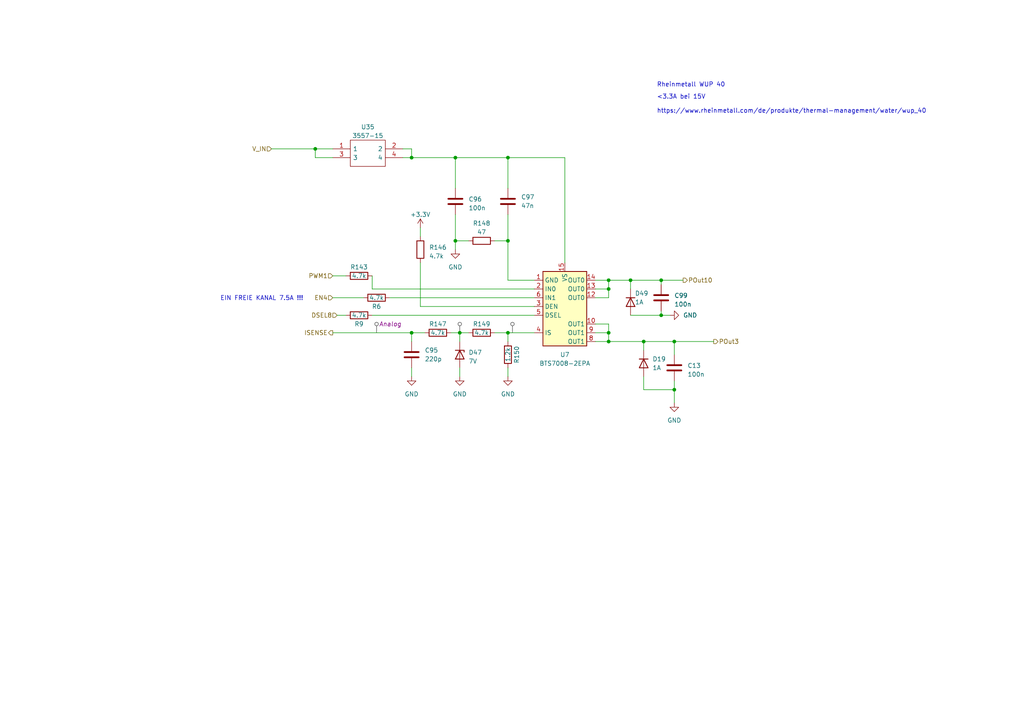
<source format=kicad_sch>
(kicad_sch
	(version 20231120)
	(generator "eeschema")
	(generator_version "8.0")
	(uuid "7bb159e6-2623-487f-9f25-6a8d090681da")
	(paper "A4")
	(title_block
		(title "PDU FT24")
		(company "Nived Jayaprakash Nambiar ")
		(comment 1 "FasTTUBe Electronics")
	)
	(lib_symbols
		(symbol "3557-15:3557-15"
			(pin_names
				(offset 0.762)
			)
			(exclude_from_sim no)
			(in_bom yes)
			(on_board yes)
			(property "Reference" "U"
				(at 16.51 7.62 0)
				(effects
					(font
						(size 1.27 1.27)
					)
					(justify left)
				)
			)
			(property "Value" "3557-15"
				(at 16.51 5.08 0)
				(effects
					(font
						(size 1.27 1.27)
					)
					(justify left)
				)
			)
			(property "Footprint" "355715"
				(at 16.51 2.54 0)
				(effects
					(font
						(size 1.27 1.27)
					)
					(justify left)
					(hide yes)
				)
			)
			(property "Datasheet" "https://componentsearchengine.com/Datasheets/1/3557-15.pdf"
				(at 16.51 0 0)
				(effects
					(font
						(size 1.27 1.27)
					)
					(justify left)
					(hide yes)
				)
			)
			(property "Description" "Fuse Holder T/H 2 IN 1 AUTO BLDE HOLDER, BLUE 15A"
				(at 16.51 -2.54 0)
				(effects
					(font
						(size 1.27 1.27)
					)
					(justify left)
					(hide yes)
				)
			)
			(property "Height" "7.37"
				(at 16.51 -5.08 0)
				(effects
					(font
						(size 1.27 1.27)
					)
					(justify left)
					(hide yes)
				)
			)
			(property "heisener Part Number" ""
				(at 16.51 -7.62 0)
				(effects
					(font
						(size 1.27 1.27)
					)
					(justify left)
					(hide yes)
				)
			)
			(property "heisener Price/Stock" ""
				(at 16.51 -10.16 0)
				(effects
					(font
						(size 1.27 1.27)
					)
					(justify left)
					(hide yes)
				)
			)
			(property "Manufacturer_Name" "Keystone Electronics"
				(at 16.51 -12.7 0)
				(effects
					(font
						(size 1.27 1.27)
					)
					(justify left)
					(hide yes)
				)
			)
			(property "Manufacturer_Part_Number" "3557-15"
				(at 16.51 -15.24 0)
				(effects
					(font
						(size 1.27 1.27)
					)
					(justify left)
					(hide yes)
				)
			)
			(symbol "3557-15_0_0"
				(pin passive line
					(at 0 0 0)
					(length 5.08)
					(name "1"
						(effects
							(font
								(size 1.27 1.27)
							)
						)
					)
					(number "1"
						(effects
							(font
								(size 1.27 1.27)
							)
						)
					)
				)
				(pin passive line
					(at 20.32 0 180)
					(length 5.08)
					(name "2"
						(effects
							(font
								(size 1.27 1.27)
							)
						)
					)
					(number "2"
						(effects
							(font
								(size 1.27 1.27)
							)
						)
					)
				)
				(pin passive line
					(at 0 -2.54 0)
					(length 5.08)
					(name "3"
						(effects
							(font
								(size 1.27 1.27)
							)
						)
					)
					(number "3"
						(effects
							(font
								(size 1.27 1.27)
							)
						)
					)
				)
				(pin passive line
					(at 20.32 -2.54 180)
					(length 5.08)
					(name "4"
						(effects
							(font
								(size 1.27 1.27)
							)
						)
					)
					(number "4"
						(effects
							(font
								(size 1.27 1.27)
							)
						)
					)
				)
			)
			(symbol "3557-15_0_1"
				(polyline
					(pts
						(xy 5.08 2.54) (xy 15.24 2.54) (xy 15.24 -5.08) (xy 5.08 -5.08) (xy 5.08 2.54)
					)
					(stroke
						(width 0.1524)
						(type solid)
					)
					(fill
						(type none)
					)
				)
			)
		)
		(symbol "Device:C"
			(pin_numbers hide)
			(pin_names
				(offset 0.254)
			)
			(exclude_from_sim no)
			(in_bom yes)
			(on_board yes)
			(property "Reference" "C"
				(at 0.635 2.54 0)
				(effects
					(font
						(size 1.27 1.27)
					)
					(justify left)
				)
			)
			(property "Value" "C"
				(at 0.635 -2.54 0)
				(effects
					(font
						(size 1.27 1.27)
					)
					(justify left)
				)
			)
			(property "Footprint" ""
				(at 0.9652 -3.81 0)
				(effects
					(font
						(size 1.27 1.27)
					)
					(hide yes)
				)
			)
			(property "Datasheet" "~"
				(at 0 0 0)
				(effects
					(font
						(size 1.27 1.27)
					)
					(hide yes)
				)
			)
			(property "Description" "Unpolarized capacitor"
				(at 0 0 0)
				(effects
					(font
						(size 1.27 1.27)
					)
					(hide yes)
				)
			)
			(property "ki_keywords" "cap capacitor"
				(at 0 0 0)
				(effects
					(font
						(size 1.27 1.27)
					)
					(hide yes)
				)
			)
			(property "ki_fp_filters" "C_*"
				(at 0 0 0)
				(effects
					(font
						(size 1.27 1.27)
					)
					(hide yes)
				)
			)
			(symbol "C_0_1"
				(polyline
					(pts
						(xy -2.032 -0.762) (xy 2.032 -0.762)
					)
					(stroke
						(width 0.508)
						(type default)
					)
					(fill
						(type none)
					)
				)
				(polyline
					(pts
						(xy -2.032 0.762) (xy 2.032 0.762)
					)
					(stroke
						(width 0.508)
						(type default)
					)
					(fill
						(type none)
					)
				)
			)
			(symbol "C_1_1"
				(pin passive line
					(at 0 3.81 270)
					(length 2.794)
					(name "~"
						(effects
							(font
								(size 1.27 1.27)
							)
						)
					)
					(number "1"
						(effects
							(font
								(size 1.27 1.27)
							)
						)
					)
				)
				(pin passive line
					(at 0 -3.81 90)
					(length 2.794)
					(name "~"
						(effects
							(font
								(size 1.27 1.27)
							)
						)
					)
					(number "2"
						(effects
							(font
								(size 1.27 1.27)
							)
						)
					)
				)
			)
		)
		(symbol "Device:D"
			(pin_numbers hide)
			(pin_names
				(offset 1.016) hide)
			(exclude_from_sim no)
			(in_bom yes)
			(on_board yes)
			(property "Reference" "D"
				(at 0 2.54 0)
				(effects
					(font
						(size 1.27 1.27)
					)
				)
			)
			(property "Value" "D"
				(at 0 -2.54 0)
				(effects
					(font
						(size 1.27 1.27)
					)
				)
			)
			(property "Footprint" ""
				(at 0 0 0)
				(effects
					(font
						(size 1.27 1.27)
					)
					(hide yes)
				)
			)
			(property "Datasheet" "~"
				(at 0 0 0)
				(effects
					(font
						(size 1.27 1.27)
					)
					(hide yes)
				)
			)
			(property "Description" "Diode"
				(at 0 0 0)
				(effects
					(font
						(size 1.27 1.27)
					)
					(hide yes)
				)
			)
			(property "Sim.Device" "D"
				(at 0 0 0)
				(effects
					(font
						(size 1.27 1.27)
					)
					(hide yes)
				)
			)
			(property "Sim.Pins" "1=K 2=A"
				(at 0 0 0)
				(effects
					(font
						(size 1.27 1.27)
					)
					(hide yes)
				)
			)
			(property "ki_keywords" "diode"
				(at 0 0 0)
				(effects
					(font
						(size 1.27 1.27)
					)
					(hide yes)
				)
			)
			(property "ki_fp_filters" "TO-???* *_Diode_* *SingleDiode* D_*"
				(at 0 0 0)
				(effects
					(font
						(size 1.27 1.27)
					)
					(hide yes)
				)
			)
			(symbol "D_0_1"
				(polyline
					(pts
						(xy -1.27 1.27) (xy -1.27 -1.27)
					)
					(stroke
						(width 0.254)
						(type default)
					)
					(fill
						(type none)
					)
				)
				(polyline
					(pts
						(xy 1.27 0) (xy -1.27 0)
					)
					(stroke
						(width 0)
						(type default)
					)
					(fill
						(type none)
					)
				)
				(polyline
					(pts
						(xy 1.27 1.27) (xy 1.27 -1.27) (xy -1.27 0) (xy 1.27 1.27)
					)
					(stroke
						(width 0.254)
						(type default)
					)
					(fill
						(type none)
					)
				)
			)
			(symbol "D_1_1"
				(pin passive line
					(at -3.81 0 0)
					(length 2.54)
					(name "K"
						(effects
							(font
								(size 1.27 1.27)
							)
						)
					)
					(number "1"
						(effects
							(font
								(size 1.27 1.27)
							)
						)
					)
				)
				(pin passive line
					(at 3.81 0 180)
					(length 2.54)
					(name "A"
						(effects
							(font
								(size 1.27 1.27)
							)
						)
					)
					(number "2"
						(effects
							(font
								(size 1.27 1.27)
							)
						)
					)
				)
			)
		)
		(symbol "Device:D_Zener"
			(pin_numbers hide)
			(pin_names
				(offset 1.016) hide)
			(exclude_from_sim no)
			(in_bom yes)
			(on_board yes)
			(property "Reference" "D"
				(at 0 2.54 0)
				(effects
					(font
						(size 1.27 1.27)
					)
				)
			)
			(property "Value" "D_Zener"
				(at 0 -2.54 0)
				(effects
					(font
						(size 1.27 1.27)
					)
				)
			)
			(property "Footprint" ""
				(at 0 0 0)
				(effects
					(font
						(size 1.27 1.27)
					)
					(hide yes)
				)
			)
			(property "Datasheet" "~"
				(at 0 0 0)
				(effects
					(font
						(size 1.27 1.27)
					)
					(hide yes)
				)
			)
			(property "Description" "Zener diode"
				(at 0 0 0)
				(effects
					(font
						(size 1.27 1.27)
					)
					(hide yes)
				)
			)
			(property "ki_keywords" "diode"
				(at 0 0 0)
				(effects
					(font
						(size 1.27 1.27)
					)
					(hide yes)
				)
			)
			(property "ki_fp_filters" "TO-???* *_Diode_* *SingleDiode* D_*"
				(at 0 0 0)
				(effects
					(font
						(size 1.27 1.27)
					)
					(hide yes)
				)
			)
			(symbol "D_Zener_0_1"
				(polyline
					(pts
						(xy 1.27 0) (xy -1.27 0)
					)
					(stroke
						(width 0)
						(type default)
					)
					(fill
						(type none)
					)
				)
				(polyline
					(pts
						(xy -1.27 -1.27) (xy -1.27 1.27) (xy -0.762 1.27)
					)
					(stroke
						(width 0.254)
						(type default)
					)
					(fill
						(type none)
					)
				)
				(polyline
					(pts
						(xy 1.27 -1.27) (xy 1.27 1.27) (xy -1.27 0) (xy 1.27 -1.27)
					)
					(stroke
						(width 0.254)
						(type default)
					)
					(fill
						(type none)
					)
				)
			)
			(symbol "D_Zener_1_1"
				(pin passive line
					(at -3.81 0 0)
					(length 2.54)
					(name "K"
						(effects
							(font
								(size 1.27 1.27)
							)
						)
					)
					(number "1"
						(effects
							(font
								(size 1.27 1.27)
							)
						)
					)
				)
				(pin passive line
					(at 3.81 0 180)
					(length 2.54)
					(name "A"
						(effects
							(font
								(size 1.27 1.27)
							)
						)
					)
					(number "2"
						(effects
							(font
								(size 1.27 1.27)
							)
						)
					)
				)
			)
		)
		(symbol "Device:R"
			(pin_numbers hide)
			(pin_names
				(offset 0)
			)
			(exclude_from_sim no)
			(in_bom yes)
			(on_board yes)
			(property "Reference" "R"
				(at 2.032 0 90)
				(effects
					(font
						(size 1.27 1.27)
					)
				)
			)
			(property "Value" "R"
				(at 0 0 90)
				(effects
					(font
						(size 1.27 1.27)
					)
				)
			)
			(property "Footprint" ""
				(at -1.778 0 90)
				(effects
					(font
						(size 1.27 1.27)
					)
					(hide yes)
				)
			)
			(property "Datasheet" "~"
				(at 0 0 0)
				(effects
					(font
						(size 1.27 1.27)
					)
					(hide yes)
				)
			)
			(property "Description" "Resistor"
				(at 0 0 0)
				(effects
					(font
						(size 1.27 1.27)
					)
					(hide yes)
				)
			)
			(property "ki_keywords" "R res resistor"
				(at 0 0 0)
				(effects
					(font
						(size 1.27 1.27)
					)
					(hide yes)
				)
			)
			(property "ki_fp_filters" "R_*"
				(at 0 0 0)
				(effects
					(font
						(size 1.27 1.27)
					)
					(hide yes)
				)
			)
			(symbol "R_0_1"
				(rectangle
					(start -1.016 -2.54)
					(end 1.016 2.54)
					(stroke
						(width 0.254)
						(type default)
					)
					(fill
						(type none)
					)
				)
			)
			(symbol "R_1_1"
				(pin passive line
					(at 0 3.81 270)
					(length 1.27)
					(name "~"
						(effects
							(font
								(size 1.27 1.27)
							)
						)
					)
					(number "1"
						(effects
							(font
								(size 1.27 1.27)
							)
						)
					)
				)
				(pin passive line
					(at 0 -3.81 90)
					(length 1.27)
					(name "~"
						(effects
							(font
								(size 1.27 1.27)
							)
						)
					)
					(number "2"
						(effects
							(font
								(size 1.27 1.27)
							)
						)
					)
				)
			)
		)
		(symbol "PROFET:BTS7020-2EPA"
			(exclude_from_sim no)
			(in_bom yes)
			(on_board yes)
			(property "Reference" "U50"
				(at 0 -13.97 0)
				(effects
					(font
						(size 1.27 1.27)
					)
				)
			)
			(property "Value" "BTS7008-2EPA"
				(at 0 -16.51 0)
				(effects
					(font
						(size 1.27 1.27)
					)
				)
			)
			(property "Footprint" "Package_SO:Infineon_PG-TSDSO-14-22"
				(at -22.86 -12.7 0)
				(effects
					(font
						(size 1.27 1.27)
					)
					(hide yes)
				)
			)
			(property "Datasheet" "https://www.infineon.com/dgdl/Infineon-BTS7008-2EPA-DataSheet-v01_20-EN.pdf?fileId=5546d46258fc0bc101590212356876b1"
				(at -3.81 -19.05 0)
				(effects
					(font
						(size 1.27 1.27)
					)
					(hide yes)
				)
			)
			(property "Description" "Smart High-Side Power Switch, PROFET, Two Channel, 12V, 5A, Rds(on) 23.7mΩ, PG-TSDSO-14-22"
				(at 0 0 0)
				(effects
					(font
						(size 1.27 1.27)
					)
					(hide yes)
				)
			)
			(property "ki_keywords" "BTS7004"
				(at 0 0 0)
				(effects
					(font
						(size 1.27 1.27)
					)
					(hide yes)
				)
			)
			(property "ki_fp_filters" "Infineon*TSDSO*22*"
				(at 0 0 0)
				(effects
					(font
						(size 1.27 1.27)
					)
					(hide yes)
				)
			)
			(symbol "BTS7020-2EPA_0_0"
				(pin input line
					(at -8.89 -2.54 0)
					(length 2.54)
					(name "DSEL"
						(effects
							(font
								(size 1.27 1.27)
							)
						)
					)
					(number "5"
						(effects
							(font
								(size 1.27 1.27)
							)
						)
					)
				)
				(pin input line
					(at -8.89 2.54 0)
					(length 2.54)
					(name "IN1"
						(effects
							(font
								(size 1.27 1.27)
							)
						)
					)
					(number "6"
						(effects
							(font
								(size 1.27 1.27)
							)
						)
					)
				)
			)
			(symbol "BTS7020-2EPA_0_1"
				(rectangle
					(start -6.35 10.16)
					(end 6.35 -11.43)
					(stroke
						(width 0.254)
						(type default)
					)
					(fill
						(type background)
					)
				)
			)
			(symbol "BTS7020-2EPA_1_1"
				(pin power_out line
					(at -8.89 7.62 0)
					(length 2.54)
					(name "GND"
						(effects
							(font
								(size 1.27 1.27)
							)
						)
					)
					(number "1"
						(effects
							(font
								(size 1.27 1.27)
							)
						)
					)
				)
				(pin passive line
					(at 8.89 -5.08 180)
					(length 2.54)
					(name "OUT1"
						(effects
							(font
								(size 1.27 1.27)
							)
						)
					)
					(number "10"
						(effects
							(font
								(size 1.27 1.27)
							)
						)
					)
				)
				(pin no_connect line
					(at 8.89 -1.27 180)
					(length 2.54) hide
					(name "NC"
						(effects
							(font
								(size 1.27 1.27)
							)
						)
					)
					(number "11"
						(effects
							(font
								(size 1.27 1.27)
							)
						)
					)
				)
				(pin passive line
					(at 8.89 2.54 180)
					(length 2.54)
					(name "OUT0"
						(effects
							(font
								(size 1.27 1.27)
							)
						)
					)
					(number "12"
						(effects
							(font
								(size 1.27 1.27)
							)
						)
					)
				)
				(pin passive line
					(at 8.89 5.08 180)
					(length 2.54)
					(name "OUT0"
						(effects
							(font
								(size 1.27 1.27)
							)
						)
					)
					(number "13"
						(effects
							(font
								(size 1.27 1.27)
							)
						)
					)
				)
				(pin output line
					(at 8.89 7.62 180)
					(length 2.54)
					(name "OUT0"
						(effects
							(font
								(size 1.27 1.27)
							)
						)
					)
					(number "14"
						(effects
							(font
								(size 1.27 1.27)
							)
						)
					)
				)
				(pin input line
					(at 0 12.7 270)
					(length 2.54)
					(name "VS"
						(effects
							(font
								(size 1.27 1.27)
							)
						)
					)
					(number "15"
						(effects
							(font
								(size 1.27 1.27)
							)
						)
					)
				)
				(pin input line
					(at -8.89 5.08 0)
					(length 2.54)
					(name "IN0"
						(effects
							(font
								(size 1.27 1.27)
							)
						)
					)
					(number "2"
						(effects
							(font
								(size 1.27 1.27)
							)
						)
					)
				)
				(pin input line
					(at -8.89 0 0)
					(length 2.54)
					(name "DEN"
						(effects
							(font
								(size 1.27 1.27)
							)
						)
					)
					(number "3"
						(effects
							(font
								(size 1.27 1.27)
							)
						)
					)
				)
				(pin output line
					(at -8.89 -7.62 0)
					(length 2.54)
					(name "IS"
						(effects
							(font
								(size 1.27 1.27)
							)
						)
					)
					(number "4"
						(effects
							(font
								(size 1.27 1.27)
							)
						)
					)
				)
				(pin no_connect line
					(at -8.89 -10.16 0)
					(length 2.54) hide
					(name "NC"
						(effects
							(font
								(size 1.27 1.27)
							)
						)
					)
					(number "7"
						(effects
							(font
								(size 1.27 1.27)
							)
						)
					)
				)
				(pin output line
					(at 8.89 -10.16 180)
					(length 2.54)
					(name "OUT1"
						(effects
							(font
								(size 1.27 1.27)
							)
						)
					)
					(number "8"
						(effects
							(font
								(size 1.27 1.27)
							)
						)
					)
				)
				(pin passive line
					(at 8.89 -7.62 180)
					(length 2.54)
					(name "OUT1"
						(effects
							(font
								(size 1.27 1.27)
							)
						)
					)
					(number "9"
						(effects
							(font
								(size 1.27 1.27)
							)
						)
					)
				)
			)
		)
		(symbol "power:+3.3V"
			(power)
			(pin_names
				(offset 0)
			)
			(exclude_from_sim no)
			(in_bom yes)
			(on_board yes)
			(property "Reference" "#PWR"
				(at 0 -3.81 0)
				(effects
					(font
						(size 1.27 1.27)
					)
					(hide yes)
				)
			)
			(property "Value" "+3.3V"
				(at 0 3.556 0)
				(effects
					(font
						(size 1.27 1.27)
					)
				)
			)
			(property "Footprint" ""
				(at 0 0 0)
				(effects
					(font
						(size 1.27 1.27)
					)
					(hide yes)
				)
			)
			(property "Datasheet" ""
				(at 0 0 0)
				(effects
					(font
						(size 1.27 1.27)
					)
					(hide yes)
				)
			)
			(property "Description" "Power symbol creates a global label with name \"+3.3V\""
				(at 0 0 0)
				(effects
					(font
						(size 1.27 1.27)
					)
					(hide yes)
				)
			)
			(property "ki_keywords" "global power"
				(at 0 0 0)
				(effects
					(font
						(size 1.27 1.27)
					)
					(hide yes)
				)
			)
			(symbol "+3.3V_0_1"
				(polyline
					(pts
						(xy -0.762 1.27) (xy 0 2.54)
					)
					(stroke
						(width 0)
						(type default)
					)
					(fill
						(type none)
					)
				)
				(polyline
					(pts
						(xy 0 0) (xy 0 2.54)
					)
					(stroke
						(width 0)
						(type default)
					)
					(fill
						(type none)
					)
				)
				(polyline
					(pts
						(xy 0 2.54) (xy 0.762 1.27)
					)
					(stroke
						(width 0)
						(type default)
					)
					(fill
						(type none)
					)
				)
			)
			(symbol "+3.3V_1_1"
				(pin power_in line
					(at 0 0 90)
					(length 0) hide
					(name "+3.3V"
						(effects
							(font
								(size 1.27 1.27)
							)
						)
					)
					(number "1"
						(effects
							(font
								(size 1.27 1.27)
							)
						)
					)
				)
			)
		)
		(symbol "power:GND"
			(power)
			(pin_names
				(offset 0)
			)
			(exclude_from_sim no)
			(in_bom yes)
			(on_board yes)
			(property "Reference" "#PWR"
				(at 0 -6.35 0)
				(effects
					(font
						(size 1.27 1.27)
					)
					(hide yes)
				)
			)
			(property "Value" "GND"
				(at 0 -3.81 0)
				(effects
					(font
						(size 1.27 1.27)
					)
				)
			)
			(property "Footprint" ""
				(at 0 0 0)
				(effects
					(font
						(size 1.27 1.27)
					)
					(hide yes)
				)
			)
			(property "Datasheet" ""
				(at 0 0 0)
				(effects
					(font
						(size 1.27 1.27)
					)
					(hide yes)
				)
			)
			(property "Description" "Power symbol creates a global label with name \"GND\" , ground"
				(at 0 0 0)
				(effects
					(font
						(size 1.27 1.27)
					)
					(hide yes)
				)
			)
			(property "ki_keywords" "global power"
				(at 0 0 0)
				(effects
					(font
						(size 1.27 1.27)
					)
					(hide yes)
				)
			)
			(symbol "GND_0_1"
				(polyline
					(pts
						(xy 0 0) (xy 0 -1.27) (xy 1.27 -1.27) (xy 0 -2.54) (xy -1.27 -1.27) (xy 0 -1.27)
					)
					(stroke
						(width 0)
						(type default)
					)
					(fill
						(type none)
					)
				)
			)
			(symbol "GND_1_1"
				(pin power_in line
					(at 0 0 270)
					(length 0) hide
					(name "GND"
						(effects
							(font
								(size 1.27 1.27)
							)
						)
					)
					(number "1"
						(effects
							(font
								(size 1.27 1.27)
							)
						)
					)
				)
			)
		)
	)
	(junction
		(at 119.38 45.72)
		(diameter 0)
		(color 0 0 0 0)
		(uuid "06a4cc83-a4a6-4cf7-8592-69c78d5477d6")
	)
	(junction
		(at 132.08 45.72)
		(diameter 0)
		(color 0 0 0 0)
		(uuid "0aae5420-1bfa-466c-ae70-145a779ef3b6")
	)
	(junction
		(at 191.77 81.28)
		(diameter 0)
		(color 0 0 0 0)
		(uuid "1a557764-ca56-4ced-a2dc-08d216fac1eb")
	)
	(junction
		(at 119.38 96.52)
		(diameter 0)
		(color 0 0 0 0)
		(uuid "1c2d3666-27b0-4d47-ad88-fa37025a5bc4")
	)
	(junction
		(at 176.53 83.82)
		(diameter 0)
		(color 0 0 0 0)
		(uuid "32608e75-df75-4960-956b-fea473b77b48")
	)
	(junction
		(at 176.53 81.28)
		(diameter 0)
		(color 0 0 0 0)
		(uuid "46a7263f-7202-4a87-bd57-2611dae235a6")
	)
	(junction
		(at 195.58 113.03)
		(diameter 0)
		(color 0 0 0 0)
		(uuid "54be774c-c8e5-45de-97d5-27ccaa52aeeb")
	)
	(junction
		(at 91.44 43.18)
		(diameter 0)
		(color 0 0 0 0)
		(uuid "561a8d37-e70d-4950-84ef-5942347cc88d")
	)
	(junction
		(at 147.32 96.52)
		(diameter 0)
		(color 0 0 0 0)
		(uuid "65f37230-5b11-4a2d-999f-ae46c9a780c5")
	)
	(junction
		(at 182.88 81.28)
		(diameter 0)
		(color 0 0 0 0)
		(uuid "71e8ff69-608e-4422-8078-95e73ff13201")
	)
	(junction
		(at 133.35 96.52)
		(diameter 0)
		(color 0 0 0 0)
		(uuid "90de0192-2b54-464e-84f6-1b34893bde19")
	)
	(junction
		(at 147.32 45.72)
		(diameter 0)
		(color 0 0 0 0)
		(uuid "912b6363-1f2c-4a6d-af92-d90d7ac3ce20")
	)
	(junction
		(at 176.53 99.06)
		(diameter 0)
		(color 0 0 0 0)
		(uuid "97790247-4909-4079-ae02-407ef6dbb46d")
	)
	(junction
		(at 176.53 96.52)
		(diameter 0)
		(color 0 0 0 0)
		(uuid "9d59d705-4f11-4733-8ff0-fae701b10c2f")
	)
	(junction
		(at 191.77 91.44)
		(diameter 0)
		(color 0 0 0 0)
		(uuid "ad836cf0-0267-4e25-8fe4-ea09de76b10b")
	)
	(junction
		(at 195.58 99.06)
		(diameter 0)
		(color 0 0 0 0)
		(uuid "c15f2a53-b3aa-45ad-82f1-2bb2cfe98002")
	)
	(junction
		(at 147.32 69.85)
		(diameter 0)
		(color 0 0 0 0)
		(uuid "ccd835cc-a453-42a6-b802-4d2078504219")
	)
	(junction
		(at 132.08 69.85)
		(diameter 0)
		(color 0 0 0 0)
		(uuid "d76b47d7-f185-4eec-a674-1853990b3fa2")
	)
	(junction
		(at 186.69 99.06)
		(diameter 0)
		(color 0 0 0 0)
		(uuid "f07a15d2-4e89-42a7-8e39-89276282ba52")
	)
	(wire
		(pts
			(xy 147.32 99.06) (xy 147.32 96.52)
		)
		(stroke
			(width 0)
			(type default)
		)
		(uuid "007342c8-d5d1-4156-a3b4-bdf62a538508")
	)
	(wire
		(pts
			(xy 119.38 45.72) (xy 132.08 45.72)
		)
		(stroke
			(width 0)
			(type default)
		)
		(uuid "07f8d47e-0893-4a63-8b50-a08e4008dcdf")
	)
	(wire
		(pts
			(xy 191.77 81.28) (xy 191.77 82.55)
		)
		(stroke
			(width 0)
			(type default)
		)
		(uuid "0ab50836-ed64-4305-90a1-a725ae86e0d0")
	)
	(wire
		(pts
			(xy 132.08 69.85) (xy 132.08 62.23)
		)
		(stroke
			(width 0)
			(type default)
		)
		(uuid "0afbe559-0903-4feb-a861-3814089ce1cd")
	)
	(wire
		(pts
			(xy 107.95 83.82) (xy 154.94 83.82)
		)
		(stroke
			(width 0)
			(type default)
		)
		(uuid "0c135b0f-2b6b-4d26-a78b-963ad24a7e28")
	)
	(wire
		(pts
			(xy 133.35 99.06) (xy 133.35 96.52)
		)
		(stroke
			(width 0)
			(type default)
		)
		(uuid "111a09aa-6987-4587-9f96-f96cad6ff8bd")
	)
	(wire
		(pts
			(xy 163.83 45.72) (xy 163.83 76.2)
		)
		(stroke
			(width 0)
			(type default)
		)
		(uuid "13a4d465-49f8-43fd-96cf-4deaa3fff579")
	)
	(wire
		(pts
			(xy 119.38 96.52) (xy 119.38 99.06)
		)
		(stroke
			(width 0)
			(type default)
		)
		(uuid "13bb27d2-4c52-4a10-b0d1-6703b6fdb84f")
	)
	(wire
		(pts
			(xy 182.88 91.44) (xy 191.77 91.44)
		)
		(stroke
			(width 0)
			(type default)
		)
		(uuid "172b4b83-4036-486a-b470-ae766de67c63")
	)
	(wire
		(pts
			(xy 116.84 45.72) (xy 119.38 45.72)
		)
		(stroke
			(width 0)
			(type default)
		)
		(uuid "181cfa9c-ed10-430c-8623-700900b6ca87")
	)
	(wire
		(pts
			(xy 176.53 93.98) (xy 176.53 96.52)
		)
		(stroke
			(width 0)
			(type default)
		)
		(uuid "1b76f576-8da4-4282-8580-5ef190e026e9")
	)
	(wire
		(pts
			(xy 107.95 91.44) (xy 154.94 91.44)
		)
		(stroke
			(width 0)
			(type default)
		)
		(uuid "23132ac1-aab5-4947-8964-bf88e458ac47")
	)
	(wire
		(pts
			(xy 132.08 45.72) (xy 147.32 45.72)
		)
		(stroke
			(width 0)
			(type default)
		)
		(uuid "280cc9bc-41a3-49da-aae5-96385986cac5")
	)
	(wire
		(pts
			(xy 135.89 69.85) (xy 132.08 69.85)
		)
		(stroke
			(width 0)
			(type default)
		)
		(uuid "2ed091f5-a12a-417d-90ad-619552ee7bb5")
	)
	(wire
		(pts
			(xy 182.88 81.28) (xy 182.88 83.82)
		)
		(stroke
			(width 0)
			(type default)
		)
		(uuid "34e04229-bef6-4534-a9fd-681e3b748d56")
	)
	(wire
		(pts
			(xy 91.44 43.18) (xy 96.52 43.18)
		)
		(stroke
			(width 0)
			(type default)
		)
		(uuid "377e8cff-79f0-4b0c-88fd-f70323b73f88")
	)
	(wire
		(pts
			(xy 186.69 113.03) (xy 195.58 113.03)
		)
		(stroke
			(width 0)
			(type default)
		)
		(uuid "39760367-1dd6-493c-8b66-12ab322c0876")
	)
	(wire
		(pts
			(xy 116.84 43.18) (xy 119.38 43.18)
		)
		(stroke
			(width 0)
			(type default)
		)
		(uuid "39c74f7b-3d82-4572-80ee-5804cc39cfb7")
	)
	(wire
		(pts
			(xy 147.32 69.85) (xy 147.32 81.28)
		)
		(stroke
			(width 0)
			(type default)
		)
		(uuid "3a4aacb1-1e46-4e11-b0d9-49ea01a4a43e")
	)
	(wire
		(pts
			(xy 133.35 96.52) (xy 135.89 96.52)
		)
		(stroke
			(width 0)
			(type default)
		)
		(uuid "3dd02e21-78ef-4a77-898f-4760677d2ee7")
	)
	(wire
		(pts
			(xy 143.51 69.85) (xy 147.32 69.85)
		)
		(stroke
			(width 0)
			(type default)
		)
		(uuid "4514c4cd-473a-4bfe-9cc4-b10307b2fb99")
	)
	(wire
		(pts
			(xy 121.92 88.9) (xy 154.94 88.9)
		)
		(stroke
			(width 0)
			(type default)
		)
		(uuid "487a1c99-2b13-40fd-8a95-0c2d82e705bd")
	)
	(wire
		(pts
			(xy 147.32 45.72) (xy 147.32 54.61)
		)
		(stroke
			(width 0)
			(type default)
		)
		(uuid "49a0c9e9-303c-4bbe-b6c7-7eaee7c7da2e")
	)
	(wire
		(pts
			(xy 195.58 99.06) (xy 195.58 102.87)
		)
		(stroke
			(width 0)
			(type default)
		)
		(uuid "4c9ded88-67e9-455e-b375-6c5f0e239c19")
	)
	(wire
		(pts
			(xy 133.35 106.68) (xy 133.35 109.22)
		)
		(stroke
			(width 0)
			(type default)
		)
		(uuid "50fbdc60-1352-4830-859a-aacab6928a02")
	)
	(wire
		(pts
			(xy 97.79 91.44) (xy 100.33 91.44)
		)
		(stroke
			(width 0)
			(type default)
		)
		(uuid "547df7e6-4e04-4188-a62a-48de9b9793a1")
	)
	(wire
		(pts
			(xy 96.52 86.36) (xy 105.41 86.36)
		)
		(stroke
			(width 0)
			(type default)
		)
		(uuid "557c2bc9-ce71-47e6-bba3-6edb9a5ceb92")
	)
	(wire
		(pts
			(xy 176.53 99.06) (xy 172.72 99.06)
		)
		(stroke
			(width 0)
			(type default)
		)
		(uuid "6028a8bc-3ec3-4af0-9d6e-cc78390c155b")
	)
	(wire
		(pts
			(xy 147.32 96.52) (xy 143.51 96.52)
		)
		(stroke
			(width 0)
			(type default)
		)
		(uuid "60f7843e-226f-4211-b865-86554c529ac2")
	)
	(wire
		(pts
			(xy 121.92 76.2) (xy 121.92 88.9)
		)
		(stroke
			(width 0)
			(type default)
		)
		(uuid "6412f3c1-56f8-4fb5-93d5-917996a328c7")
	)
	(wire
		(pts
			(xy 133.35 96.52) (xy 130.81 96.52)
		)
		(stroke
			(width 0)
			(type default)
		)
		(uuid "6b2a1f3d-240c-45c5-8794-b50417cca519")
	)
	(wire
		(pts
			(xy 186.69 109.22) (xy 186.69 113.03)
		)
		(stroke
			(width 0)
			(type default)
		)
		(uuid "6b853b45-e403-41a7-a478-d139e2d7dc8e")
	)
	(wire
		(pts
			(xy 176.53 81.28) (xy 176.53 83.82)
		)
		(stroke
			(width 0)
			(type default)
		)
		(uuid "7bf111f2-93d6-4347-a06d-da4d5709928a")
	)
	(wire
		(pts
			(xy 96.52 96.52) (xy 119.38 96.52)
		)
		(stroke
			(width 0)
			(type default)
		)
		(uuid "8373b987-4e8b-4b06-ba9a-f2b464eb54ca")
	)
	(wire
		(pts
			(xy 172.72 96.52) (xy 176.53 96.52)
		)
		(stroke
			(width 0)
			(type default)
		)
		(uuid "86c77af6-53e2-4923-89d2-c7ab3075378f")
	)
	(wire
		(pts
			(xy 191.77 81.28) (xy 198.12 81.28)
		)
		(stroke
			(width 0)
			(type default)
		)
		(uuid "895cf23b-1813-448d-b35e-2c10f204f8ec")
	)
	(wire
		(pts
			(xy 147.32 106.68) (xy 147.32 109.22)
		)
		(stroke
			(width 0)
			(type default)
		)
		(uuid "89c66354-877f-4bef-9e59-ff022ceb9db0")
	)
	(wire
		(pts
			(xy 176.53 86.36) (xy 176.53 83.82)
		)
		(stroke
			(width 0)
			(type default)
		)
		(uuid "8b3b822d-a0b8-4bd2-a557-0ecfe25297c6")
	)
	(wire
		(pts
			(xy 176.53 81.28) (xy 182.88 81.28)
		)
		(stroke
			(width 0)
			(type default)
		)
		(uuid "8b7bf6da-458a-4a0e-9b03-b99c6c04d394")
	)
	(wire
		(pts
			(xy 191.77 91.44) (xy 194.31 91.44)
		)
		(stroke
			(width 0)
			(type default)
		)
		(uuid "8dba7360-8947-42e0-bc97-aba08466db8c")
	)
	(wire
		(pts
			(xy 78.74 43.18) (xy 91.44 43.18)
		)
		(stroke
			(width 0)
			(type default)
		)
		(uuid "96635770-a906-4d29-bac5-65c5bfe47673")
	)
	(wire
		(pts
			(xy 132.08 69.85) (xy 132.08 72.39)
		)
		(stroke
			(width 0)
			(type default)
		)
		(uuid "979be216-7a1a-413d-9ed9-0ed99ba0cf30")
	)
	(wire
		(pts
			(xy 172.72 93.98) (xy 176.53 93.98)
		)
		(stroke
			(width 0)
			(type default)
		)
		(uuid "9a93a171-d067-461a-904a-5c59271212a5")
	)
	(wire
		(pts
			(xy 195.58 113.03) (xy 195.58 116.84)
		)
		(stroke
			(width 0)
			(type default)
		)
		(uuid "9d3c0a1c-08d5-48a4-ae7f-8c76d9acd26a")
	)
	(wire
		(pts
			(xy 121.92 66.04) (xy 121.92 68.58)
		)
		(stroke
			(width 0)
			(type default)
		)
		(uuid "a20b554f-cb9d-47d0-a9f4-08188fa5fb77")
	)
	(wire
		(pts
			(xy 172.72 83.82) (xy 176.53 83.82)
		)
		(stroke
			(width 0)
			(type default)
		)
		(uuid "ab98ba8a-9f1d-4edd-b50a-c11b964b2cdf")
	)
	(wire
		(pts
			(xy 191.77 90.17) (xy 191.77 91.44)
		)
		(stroke
			(width 0)
			(type default)
		)
		(uuid "af6e2f51-422c-48a3-aa4a-3ee0976fca8b")
	)
	(wire
		(pts
			(xy 107.95 83.82) (xy 107.95 80.01)
		)
		(stroke
			(width 0)
			(type default)
		)
		(uuid "b35f63e4-5011-4dd0-a12c-f100034e66ac")
	)
	(wire
		(pts
			(xy 182.88 81.28) (xy 191.77 81.28)
		)
		(stroke
			(width 0)
			(type default)
		)
		(uuid "bb403468-598b-4493-8f90-017792bcc5f4")
	)
	(wire
		(pts
			(xy 186.69 99.06) (xy 195.58 99.06)
		)
		(stroke
			(width 0)
			(type default)
		)
		(uuid "bc706a64-d26e-4f63-ad6f-bb2e3d8c7fd1")
	)
	(wire
		(pts
			(xy 147.32 45.72) (xy 163.83 45.72)
		)
		(stroke
			(width 0)
			(type default)
		)
		(uuid "be0bca3e-0251-4336-bb64-6f44e10d3bac")
	)
	(wire
		(pts
			(xy 147.32 62.23) (xy 147.32 69.85)
		)
		(stroke
			(width 0)
			(type default)
		)
		(uuid "c2950397-1a6d-4c85-92e9-f3b94942b70c")
	)
	(wire
		(pts
			(xy 132.08 45.72) (xy 132.08 54.61)
		)
		(stroke
			(width 0)
			(type default)
		)
		(uuid "d05adf12-3ed0-4392-bd5d-83a32d5a0eb1")
	)
	(wire
		(pts
			(xy 147.32 96.52) (xy 154.94 96.52)
		)
		(stroke
			(width 0)
			(type default)
		)
		(uuid "d65db7d3-baf7-4f31-b167-18e09d5e9a4f")
	)
	(wire
		(pts
			(xy 172.72 81.28) (xy 176.53 81.28)
		)
		(stroke
			(width 0)
			(type default)
		)
		(uuid "d9739b8a-1d74-424a-99ca-67e6bbd507ad")
	)
	(wire
		(pts
			(xy 186.69 99.06) (xy 186.69 101.6)
		)
		(stroke
			(width 0)
			(type default)
		)
		(uuid "d9aae6ce-9641-4425-b1db-4bd497bb08dd")
	)
	(wire
		(pts
			(xy 147.32 81.28) (xy 154.94 81.28)
		)
		(stroke
			(width 0)
			(type default)
		)
		(uuid "db4b5f87-24c2-43b4-a56d-e996ef577c5a")
	)
	(wire
		(pts
			(xy 176.53 96.52) (xy 176.53 99.06)
		)
		(stroke
			(width 0)
			(type default)
		)
		(uuid "de7ff666-21fe-48f0-a215-df489c84101e")
	)
	(wire
		(pts
			(xy 119.38 106.68) (xy 119.38 109.22)
		)
		(stroke
			(width 0)
			(type default)
		)
		(uuid "df64ea0f-4be7-464e-9697-c10a5514ab65")
	)
	(wire
		(pts
			(xy 96.52 80.01) (xy 100.33 80.01)
		)
		(stroke
			(width 0)
			(type default)
		)
		(uuid "e4e4f335-2c96-41ac-bc66-87dfd0d74477")
	)
	(wire
		(pts
			(xy 172.72 86.36) (xy 176.53 86.36)
		)
		(stroke
			(width 0)
			(type default)
		)
		(uuid "e6a9011b-c741-415a-8df4-49ce4176b45a")
	)
	(wire
		(pts
			(xy 176.53 99.06) (xy 186.69 99.06)
		)
		(stroke
			(width 0)
			(type default)
		)
		(uuid "ea24b400-e874-4010-a792-d5d1ad8c9444")
	)
	(wire
		(pts
			(xy 96.52 45.72) (xy 91.44 45.72)
		)
		(stroke
			(width 0)
			(type default)
		)
		(uuid "eb2c70a8-9880-4cea-b2e4-db8db0768474")
	)
	(wire
		(pts
			(xy 195.58 99.06) (xy 207.01 99.06)
		)
		(stroke
			(width 0)
			(type default)
		)
		(uuid "eb66344f-e72b-4bc0-a0ff-52f13a791ede")
	)
	(wire
		(pts
			(xy 91.44 45.72) (xy 91.44 43.18)
		)
		(stroke
			(width 0)
			(type default)
		)
		(uuid "ed94fc02-91f3-4531-bb60-89411910d09c")
	)
	(wire
		(pts
			(xy 123.19 96.52) (xy 119.38 96.52)
		)
		(stroke
			(width 0)
			(type default)
		)
		(uuid "f51009fe-5795-4b19-9b0e-cc2f44a5fdde")
	)
	(wire
		(pts
			(xy 113.03 86.36) (xy 154.94 86.36)
		)
		(stroke
			(width 0)
			(type default)
		)
		(uuid "f51c6a26-a3fb-4677-92fd-1ba8c7f16d06")
	)
	(wire
		(pts
			(xy 119.38 43.18) (xy 119.38 45.72)
		)
		(stroke
			(width 0)
			(type default)
		)
		(uuid "f7ae93d0-c10a-4bd4-97f7-b2110f548b05")
	)
	(wire
		(pts
			(xy 195.58 110.49) (xy 195.58 113.03)
		)
		(stroke
			(width 0)
			(type default)
		)
		(uuid "fcba222e-c548-4168-aeda-7c06e1bf9632")
	)
	(text "<3.3A bei 15V\n\nhttps://www.rheinmetall.com/de/produkte/thermal-management/water/wup_40"
		(exclude_from_sim no)
		(at 190.5 33.02 0)
		(effects
			(font
				(size 1.27 1.27)
			)
			(justify left bottom)
		)
		(uuid "697d5ac1-c23c-4c6e-bab8-50e3c471a923")
	)
	(text "Rheinmetall WUP 40"
		(exclude_from_sim no)
		(at 190.5 25.4 0)
		(effects
			(font
				(size 1.27 1.27)
			)
			(justify left bottom)
		)
		(uuid "b50ec5f2-dfd3-4e7e-ba06-90f9a404a42a")
	)
	(text "EIN FREIE KANAL 7.5A !!!"
		(exclude_from_sim no)
		(at 75.946 86.614 0)
		(effects
			(font
				(size 1.27 1.27)
			)
		)
		(uuid "dbf24f6b-f86c-4e23-b6aa-06c34dd02ae5")
	)
	(hierarchical_label "DSEL8"
		(shape input)
		(at 97.79 91.44 180)
		(fields_autoplaced yes)
		(effects
			(font
				(size 1.27 1.27)
			)
			(justify right)
		)
		(uuid "210f6c99-163e-4168-93c8-e7c01c049249")
	)
	(hierarchical_label "PWM1"
		(shape input)
		(at 96.52 80.01 180)
		(fields_autoplaced yes)
		(effects
			(font
				(size 1.27 1.27)
			)
			(justify right)
		)
		(uuid "2eba29f2-b0be-48c5-9fe5-4e5ab7362b36")
	)
	(hierarchical_label "POut10"
		(shape output)
		(at 198.12 81.28 0)
		(fields_autoplaced yes)
		(effects
			(font
				(size 1.27 1.27)
			)
			(justify left)
		)
		(uuid "540c0d59-95e3-417a-baec-75cb896fdc8d")
	)
	(hierarchical_label "ISENSE"
		(shape output)
		(at 96.52 96.52 180)
		(fields_autoplaced yes)
		(effects
			(font
				(size 1.27 1.27)
			)
			(justify right)
		)
		(uuid "7567cd9b-ae21-42fc-ba6b-6248526def34")
	)
	(hierarchical_label "V_IN"
		(shape input)
		(at 78.74 43.18 180)
		(fields_autoplaced yes)
		(effects
			(font
				(size 1.27 1.27)
			)
			(justify right)
		)
		(uuid "9935bfe7-30d3-4767-8008-fccf5eae9812")
	)
	(hierarchical_label "EN4"
		(shape input)
		(at 96.52 86.36 180)
		(fields_autoplaced yes)
		(effects
			(font
				(size 1.27 1.27)
			)
			(justify right)
		)
		(uuid "9a49c276-00c1-4a37-a506-b21ac02cd044")
	)
	(hierarchical_label "POut3"
		(shape output)
		(at 207.01 99.06 0)
		(fields_autoplaced yes)
		(effects
			(font
				(size 1.27 1.27)
			)
			(justify left)
		)
		(uuid "f58d32cf-4f9f-4149-b8f1-28d212da6f41")
	)
	(netclass_flag ""
		(length 2.54)
		(shape round)
		(at 109.22 96.52 0)
		(fields_autoplaced yes)
		(effects
			(font
				(size 1.27 1.27)
			)
			(justify left bottom)
		)
		(uuid "0a14af0b-70de-436e-a425-b8bbd460643d")
		(property "Netclass" "Analog"
			(at 109.9185 93.98 0)
			(effects
				(font
					(size 1.27 1.27)
					(italic yes)
				)
				(justify left)
			)
		)
	)
	(netclass_flag ""
		(length 2.54)
		(shape round)
		(at 148.6351 96.52 0)
		(fields_autoplaced yes)
		(effects
			(font
				(size 1.27 1.27)
			)
			(justify left bottom)
		)
		(uuid "1a970d07-809a-438d-8e27-80dfd57e57b8")
		(property "Netclass" "Analog"
			(at 149.3336 93.98 0)
			(effects
				(font
					(size 1.27 1.27)
					(italic yes)
				)
				(justify left)
				(hide yes)
			)
		)
	)
	(netclass_flag ""
		(length 2.54)
		(shape round)
		(at 133.35 96.52 0)
		(fields_autoplaced yes)
		(effects
			(font
				(size 1.27 1.27)
			)
			(justify left bottom)
		)
		(uuid "968c5145-1c6d-43da-b0c1-1b075d7035c6")
		(property "Netclass" "Analog"
			(at 134.0485 93.98 0)
			(effects
				(font
					(size 1.27 1.27)
					(italic yes)
				)
				(justify left)
				(hide yes)
			)
		)
	)
	(symbol
		(lib_id "Device:R")
		(at 104.14 80.01 90)
		(unit 1)
		(exclude_from_sim no)
		(in_bom yes)
		(on_board yes)
		(dnp no)
		(uuid "01b82c50-5f8e-4715-bea6-65595fa1dfb5")
		(property "Reference" "R143"
			(at 104.14 77.47 90)
			(effects
				(font
					(size 1.27 1.27)
				)
			)
		)
		(property "Value" "4.7k"
			(at 104.14 80.01 90)
			(effects
				(font
					(size 1.27 1.27)
				)
			)
		)
		(property "Footprint" "Resistor_SMD:R_0603_1608Metric_Pad0.98x0.95mm_HandSolder"
			(at 104.14 81.788 90)
			(effects
				(font
					(size 1.27 1.27)
				)
				(hide yes)
			)
		)
		(property "Datasheet" "~"
			(at 104.14 80.01 0)
			(effects
				(font
					(size 1.27 1.27)
				)
				(hide yes)
			)
		)
		(property "Description" ""
			(at 104.14 80.01 0)
			(effects
				(font
					(size 1.27 1.27)
				)
				(hide yes)
			)
		)
		(pin "1"
			(uuid "5accefd9-45c2-494e-88d1-8d470c5c5133")
		)
		(pin "2"
			(uuid "fdc18639-5f5a-48a2-9e92-5e67b903f62e")
		)
		(instances
			(project "PDU FT24"
				(path "/cba93115-b7ba-40c8-a438-b74eea4adf4d/fc136761-7437-4777-9313-169871d18382/7178aaa1-419b-45f4-88fe-7c1d19ced9bd"
					(reference "R143")
					(unit 1)
				)
			)
		)
	)
	(symbol
		(lib_id "Device:D_Zener")
		(at 133.35 102.87 270)
		(unit 1)
		(exclude_from_sim no)
		(in_bom yes)
		(on_board yes)
		(dnp no)
		(fields_autoplaced yes)
		(uuid "1a3d88ce-3775-4bed-bd35-3bfd9878ffd4")
		(property "Reference" "D47"
			(at 135.89 102.235 90)
			(effects
				(font
					(size 1.27 1.27)
				)
				(justify left)
			)
		)
		(property "Value" "7V"
			(at 135.89 104.775 90)
			(effects
				(font
					(size 1.27 1.27)
				)
				(justify left)
			)
		)
		(property "Footprint" "Diode_SMD:Nexperia_CFP3_SOD-123W"
			(at 133.35 102.87 0)
			(effects
				(font
					(size 1.27 1.27)
				)
				(hide yes)
			)
		)
		(property "Datasheet" "https://www.mouser.de/datasheet/2/916/HPZR_SER-3045045.pdf"
			(at 133.35 102.87 0)
			(effects
				(font
					(size 1.27 1.27)
				)
				(hide yes)
			)
		)
		(property "Description" ""
			(at 133.35 102.87 0)
			(effects
				(font
					(size 1.27 1.27)
				)
				(hide yes)
			)
		)
		(pin "1"
			(uuid "0027f4d7-7589-4ae2-bdc7-2af5e8d836f0")
		)
		(pin "2"
			(uuid "71ac9540-86e8-43fa-a982-922d4ed257c1")
		)
		(instances
			(project "PDU FT24"
				(path "/cba93115-b7ba-40c8-a438-b74eea4adf4d/fc136761-7437-4777-9313-169871d18382/7178aaa1-419b-45f4-88fe-7c1d19ced9bd"
					(reference "D47")
					(unit 1)
				)
			)
		)
	)
	(symbol
		(lib_id "power:GND")
		(at 194.31 91.44 90)
		(unit 1)
		(exclude_from_sim no)
		(in_bom yes)
		(on_board yes)
		(dnp no)
		(fields_autoplaced yes)
		(uuid "263df591-4695-45d4-8a2c-5704b89e9ffa")
		(property "Reference" "#PWR0172"
			(at 200.66 91.44 0)
			(effects
				(font
					(size 1.27 1.27)
				)
				(hide yes)
			)
		)
		(property "Value" "GND"
			(at 198.12 91.4399 90)
			(effects
				(font
					(size 1.27 1.27)
				)
				(justify right)
			)
		)
		(property "Footprint" ""
			(at 194.31 91.44 0)
			(effects
				(font
					(size 1.27 1.27)
				)
				(hide yes)
			)
		)
		(property "Datasheet" ""
			(at 194.31 91.44 0)
			(effects
				(font
					(size 1.27 1.27)
				)
				(hide yes)
			)
		)
		(property "Description" ""
			(at 194.31 91.44 0)
			(effects
				(font
					(size 1.27 1.27)
				)
				(hide yes)
			)
		)
		(pin "1"
			(uuid "f531cf29-f397-41cc-960b-de157799c9d0")
		)
		(instances
			(project "PDU FT24"
				(path "/cba93115-b7ba-40c8-a438-b74eea4adf4d/fc136761-7437-4777-9313-169871d18382/7178aaa1-419b-45f4-88fe-7c1d19ced9bd"
					(reference "#PWR0172")
					(unit 1)
				)
			)
		)
	)
	(symbol
		(lib_id "Device:D")
		(at 182.88 87.63 270)
		(unit 1)
		(exclude_from_sim no)
		(in_bom yes)
		(on_board yes)
		(dnp no)
		(uuid "2df94dfb-f5ec-4778-b237-c9b1ec1bc412")
		(property "Reference" "D49"
			(at 184.15 85.09 90)
			(effects
				(font
					(size 1.27 1.27)
				)
				(justify left)
			)
		)
		(property "Value" "1A"
			(at 184.15 87.63 90)
			(effects
				(font
					(size 1.27 1.27)
				)
				(justify left)
			)
		)
		(property "Footprint" "Diode_SMD:D_SOD-123F"
			(at 182.88 87.63 0)
			(effects
				(font
					(size 1.27 1.27)
				)
				(hide yes)
			)
		)
		(property "Datasheet" "https://www.mouser.de/datasheet/2/389/stpst1h100-3107187.pdf"
			(at 182.88 87.63 0)
			(effects
				(font
					(size 1.27 1.27)
				)
				(hide yes)
			)
		)
		(property "Description" ""
			(at 182.88 87.63 0)
			(effects
				(font
					(size 1.27 1.27)
				)
				(hide yes)
			)
		)
		(property "Sim.Device" "D"
			(at 182.88 87.63 0)
			(effects
				(font
					(size 1.27 1.27)
				)
				(hide yes)
			)
		)
		(property "Sim.Pins" "1=K 2=A"
			(at 182.88 87.63 0)
			(effects
				(font
					(size 1.27 1.27)
				)
				(hide yes)
			)
		)
		(pin "1"
			(uuid "a966db32-e9b5-44e5-ad26-18f2629881f3")
		)
		(pin "2"
			(uuid "4e51a10a-e94a-4eeb-9bff-6681a2b54e9a")
		)
		(instances
			(project "PDU FT24"
				(path "/cba93115-b7ba-40c8-a438-b74eea4adf4d/fc136761-7437-4777-9313-169871d18382/7178aaa1-419b-45f4-88fe-7c1d19ced9bd"
					(reference "D49")
					(unit 1)
				)
			)
		)
	)
	(symbol
		(lib_id "power:GND")
		(at 147.32 109.22 0)
		(unit 1)
		(exclude_from_sim no)
		(in_bom yes)
		(on_board yes)
		(dnp no)
		(fields_autoplaced yes)
		(uuid "2fb0e57d-c07f-4ed0-8998-f983a6518312")
		(property "Reference" "#PWR0170"
			(at 147.32 115.57 0)
			(effects
				(font
					(size 1.27 1.27)
				)
				(hide yes)
			)
		)
		(property "Value" "GND"
			(at 147.32 114.3 0)
			(effects
				(font
					(size 1.27 1.27)
				)
			)
		)
		(property "Footprint" ""
			(at 147.32 109.22 0)
			(effects
				(font
					(size 1.27 1.27)
				)
				(hide yes)
			)
		)
		(property "Datasheet" ""
			(at 147.32 109.22 0)
			(effects
				(font
					(size 1.27 1.27)
				)
				(hide yes)
			)
		)
		(property "Description" ""
			(at 147.32 109.22 0)
			(effects
				(font
					(size 1.27 1.27)
				)
				(hide yes)
			)
		)
		(pin "1"
			(uuid "fff2c21d-5668-461f-b3d7-b6fb950ce963")
		)
		(instances
			(project "PDU FT24"
				(path "/cba93115-b7ba-40c8-a438-b74eea4adf4d/fc136761-7437-4777-9313-169871d18382/7178aaa1-419b-45f4-88fe-7c1d19ced9bd"
					(reference "#PWR0170")
					(unit 1)
				)
			)
		)
	)
	(symbol
		(lib_id "Device:C")
		(at 191.77 86.36 0)
		(unit 1)
		(exclude_from_sim no)
		(in_bom yes)
		(on_board yes)
		(dnp no)
		(fields_autoplaced yes)
		(uuid "30a86a98-614e-4efa-bb7e-0a4904063088")
		(property "Reference" "C99"
			(at 195.58 85.725 0)
			(effects
				(font
					(size 1.27 1.27)
				)
				(justify left)
			)
		)
		(property "Value" "100n"
			(at 195.58 88.265 0)
			(effects
				(font
					(size 1.27 1.27)
				)
				(justify left)
			)
		)
		(property "Footprint" "Capacitor_SMD:C_0603_1608Metric"
			(at 192.7352 90.17 0)
			(effects
				(font
					(size 1.27 1.27)
				)
				(hide yes)
			)
		)
		(property "Datasheet" "~"
			(at 191.77 86.36 0)
			(effects
				(font
					(size 1.27 1.27)
				)
				(hide yes)
			)
		)
		(property "Description" ""
			(at 191.77 86.36 0)
			(effects
				(font
					(size 1.27 1.27)
				)
				(hide yes)
			)
		)
		(pin "1"
			(uuid "67bc6142-0437-4998-b290-c3bdcd7e1282")
		)
		(pin "2"
			(uuid "fd3c7197-5651-43af-bbe0-879b3eee1501")
		)
		(instances
			(project "PDU FT24"
				(path "/cba93115-b7ba-40c8-a438-b74eea4adf4d/fc136761-7437-4777-9313-169871d18382/7178aaa1-419b-45f4-88fe-7c1d19ced9bd"
					(reference "C99")
					(unit 1)
				)
			)
		)
	)
	(symbol
		(lib_id "Device:C")
		(at 195.58 106.68 0)
		(unit 1)
		(exclude_from_sim no)
		(in_bom yes)
		(on_board yes)
		(dnp no)
		(fields_autoplaced yes)
		(uuid "32f5f2b7-b52b-477e-9575-e4936144c558")
		(property "Reference" "C13"
			(at 199.39 106.045 0)
			(effects
				(font
					(size 1.27 1.27)
				)
				(justify left)
			)
		)
		(property "Value" "100n"
			(at 199.39 108.585 0)
			(effects
				(font
					(size 1.27 1.27)
				)
				(justify left)
			)
		)
		(property "Footprint" "Capacitor_SMD:C_0603_1608Metric"
			(at 196.5452 110.49 0)
			(effects
				(font
					(size 1.27 1.27)
				)
				(hide yes)
			)
		)
		(property "Datasheet" "~"
			(at 195.58 106.68 0)
			(effects
				(font
					(size 1.27 1.27)
				)
				(hide yes)
			)
		)
		(property "Description" ""
			(at 195.58 106.68 0)
			(effects
				(font
					(size 1.27 1.27)
				)
				(hide yes)
			)
		)
		(pin "1"
			(uuid "cc570285-de15-46c1-b4d5-ed668cfa7e67")
		)
		(pin "2"
			(uuid "9cd1b08c-3b16-4474-9569-3f0b3209f833")
		)
		(instances
			(project "PDU FT24"
				(path "/cba93115-b7ba-40c8-a438-b74eea4adf4d/fc136761-7437-4777-9313-169871d18382/7178aaa1-419b-45f4-88fe-7c1d19ced9bd"
					(reference "C13")
					(unit 1)
				)
			)
		)
	)
	(symbol
		(lib_id "Device:C")
		(at 119.38 102.87 0)
		(unit 1)
		(exclude_from_sim no)
		(in_bom yes)
		(on_board yes)
		(dnp no)
		(fields_autoplaced yes)
		(uuid "33860176-1229-450b-bdab-a0666f1ca0e6")
		(property "Reference" "C95"
			(at 123.19 101.6 0)
			(effects
				(font
					(size 1.27 1.27)
				)
				(justify left)
			)
		)
		(property "Value" "220p"
			(at 123.19 104.14 0)
			(effects
				(font
					(size 1.27 1.27)
				)
				(justify left)
			)
		)
		(property "Footprint" "Capacitor_SMD:C_0603_1608Metric"
			(at 120.3452 106.68 0)
			(effects
				(font
					(size 1.27 1.27)
				)
				(hide yes)
			)
		)
		(property "Datasheet" "~"
			(at 119.38 102.87 0)
			(effects
				(font
					(size 1.27 1.27)
				)
				(hide yes)
			)
		)
		(property "Description" ""
			(at 119.38 102.87 0)
			(effects
				(font
					(size 1.27 1.27)
				)
				(hide yes)
			)
		)
		(pin "1"
			(uuid "6136184f-04c3-4515-a6ee-38276da7c5e9")
		)
		(pin "2"
			(uuid "d09196f2-da05-45ff-bac1-350e9e73eb7c")
		)
		(instances
			(project "PDU FT24"
				(path "/cba93115-b7ba-40c8-a438-b74eea4adf4d/fc136761-7437-4777-9313-169871d18382/7178aaa1-419b-45f4-88fe-7c1d19ced9bd"
					(reference "C95")
					(unit 1)
				)
			)
		)
	)
	(symbol
		(lib_id "Device:R")
		(at 139.7 69.85 90)
		(unit 1)
		(exclude_from_sim no)
		(in_bom yes)
		(on_board yes)
		(dnp no)
		(fields_autoplaced yes)
		(uuid "33f235f4-bb67-4709-a7ff-e32fc5703a95")
		(property "Reference" "R148"
			(at 139.7 64.77 90)
			(effects
				(font
					(size 1.27 1.27)
				)
			)
		)
		(property "Value" "47"
			(at 139.7 67.31 90)
			(effects
				(font
					(size 1.27 1.27)
				)
			)
		)
		(property "Footprint" "Resistor_SMD:R_0603_1608Metric_Pad0.98x0.95mm_HandSolder"
			(at 139.7 71.628 90)
			(effects
				(font
					(size 1.27 1.27)
				)
				(hide yes)
			)
		)
		(property "Datasheet" "~"
			(at 139.7 69.85 0)
			(effects
				(font
					(size 1.27 1.27)
				)
				(hide yes)
			)
		)
		(property "Description" ""
			(at 139.7 69.85 0)
			(effects
				(font
					(size 1.27 1.27)
				)
				(hide yes)
			)
		)
		(pin "1"
			(uuid "647944c9-a523-4239-b656-7c731fd63b5e")
		)
		(pin "2"
			(uuid "55dc576c-bc41-460e-8645-e2a6113f641c")
		)
		(instances
			(project "PDU FT24"
				(path "/cba93115-b7ba-40c8-a438-b74eea4adf4d/fc136761-7437-4777-9313-169871d18382/7178aaa1-419b-45f4-88fe-7c1d19ced9bd"
					(reference "R148")
					(unit 1)
				)
			)
		)
	)
	(symbol
		(lib_id "Device:R")
		(at 121.92 72.39 0)
		(unit 1)
		(exclude_from_sim no)
		(in_bom yes)
		(on_board yes)
		(dnp no)
		(fields_autoplaced yes)
		(uuid "3e7675bb-cc57-4694-9a89-bb84f0a8df9a")
		(property "Reference" "R146"
			(at 124.46 71.755 0)
			(effects
				(font
					(size 1.27 1.27)
				)
				(justify left)
			)
		)
		(property "Value" "4.7k"
			(at 124.46 74.295 0)
			(effects
				(font
					(size 1.27 1.27)
				)
				(justify left)
			)
		)
		(property "Footprint" "Resistor_SMD:R_0603_1608Metric_Pad0.98x0.95mm_HandSolder"
			(at 120.142 72.39 90)
			(effects
				(font
					(size 1.27 1.27)
				)
				(hide yes)
			)
		)
		(property "Datasheet" "~"
			(at 121.92 72.39 0)
			(effects
				(font
					(size 1.27 1.27)
				)
				(hide yes)
			)
		)
		(property "Description" ""
			(at 121.92 72.39 0)
			(effects
				(font
					(size 1.27 1.27)
				)
				(hide yes)
			)
		)
		(pin "1"
			(uuid "ab5f78a1-0da3-44b3-829a-9816c77d8d57")
		)
		(pin "2"
			(uuid "20a4065d-9373-4e85-b8f0-55fa2efe4577")
		)
		(instances
			(project "PDU FT24"
				(path "/cba93115-b7ba-40c8-a438-b74eea4adf4d/fc136761-7437-4777-9313-169871d18382/7178aaa1-419b-45f4-88fe-7c1d19ced9bd"
					(reference "R146")
					(unit 1)
				)
			)
		)
	)
	(symbol
		(lib_id "PROFET:BTS7020-2EPA")
		(at 163.83 88.9 0)
		(unit 1)
		(exclude_from_sim no)
		(in_bom yes)
		(on_board yes)
		(dnp no)
		(fields_autoplaced yes)
		(uuid "4a436d1b-767d-422c-8de3-deed9c0ba09b")
		(property "Reference" "U7"
			(at 163.83 102.87 0)
			(effects
				(font
					(size 1.27 1.27)
				)
			)
		)
		(property "Value" "BTS7008-2EPA"
			(at 163.83 105.41 0)
			(effects
				(font
					(size 1.27 1.27)
				)
			)
		)
		(property "Footprint" "Package_SO:Infineon_PG-TSDSO-14-22"
			(at 140.97 101.6 0)
			(effects
				(font
					(size 1.27 1.27)
				)
				(hide yes)
			)
		)
		(property "Datasheet" "https://www.infineon.com/dgdl/Infineon-BTS7008-2EPA-DataSheet-v01_20-EN.pdf?fileId=5546d46258fc0bc101590212356876b1"
			(at 160.02 107.95 0)
			(effects
				(font
					(size 1.27 1.27)
				)
				(hide yes)
			)
		)
		(property "Description" ""
			(at 163.83 88.9 0)
			(effects
				(font
					(size 1.27 1.27)
				)
				(hide yes)
			)
		)
		(pin "5"
			(uuid "81e0c20c-04f8-4279-bcc1-c8b927680b26")
		)
		(pin "6"
			(uuid "07f911b3-d1d0-41be-a7b2-d4d7c6a37a3b")
		)
		(pin "1"
			(uuid "9aa9ddf0-0067-4143-a314-14ac45e63d10")
		)
		(pin "10"
			(uuid "672d37ef-18b3-4d09-84a8-5c4d03d67aca")
		)
		(pin "11"
			(uuid "f89f81a7-4ddc-466c-afee-2bd7a39bfe5a")
		)
		(pin "12"
			(uuid "2ade040d-db66-4281-8792-8780183c1774")
		)
		(pin "13"
			(uuid "b30cdf9b-0416-4e7b-b4ab-e2f166ea1e61")
		)
		(pin "14"
			(uuid "be32cfb2-ffb5-4b1b-960e-39e722265497")
		)
		(pin "15"
			(uuid "ad0be498-a251-4ab8-b7a6-717fd01a32bd")
		)
		(pin "2"
			(uuid "60ee1652-0b49-4bbb-8b59-9b01a750ab5c")
		)
		(pin "3"
			(uuid "49e73554-9661-4c8e-adbd-effd666a1379")
		)
		(pin "4"
			(uuid "817593e2-fdee-47e5-b9c1-bb1b1f0d2cb9")
		)
		(pin "7"
			(uuid "50ed0ade-2aa3-46e2-bb17-898f5635551f")
		)
		(pin "8"
			(uuid "b282f359-e433-45b5-bdc1-98fbe0af38fa")
		)
		(pin "9"
			(uuid "b2cc450f-413b-42c7-a10a-cdd9873d4812")
		)
		(instances
			(project "PDU FT24"
				(path "/cba93115-b7ba-40c8-a438-b74eea4adf4d/fc136761-7437-4777-9313-169871d18382/7178aaa1-419b-45f4-88fe-7c1d19ced9bd"
					(reference "U7")
					(unit 1)
				)
			)
		)
	)
	(symbol
		(lib_id "Device:R")
		(at 109.22 86.36 90)
		(unit 1)
		(exclude_from_sim no)
		(in_bom yes)
		(on_board yes)
		(dnp no)
		(uuid "51864ff5-bd76-4273-84fb-50b7c9b9f131")
		(property "Reference" "R6"
			(at 109.22 88.9 90)
			(effects
				(font
					(size 1.27 1.27)
				)
			)
		)
		(property "Value" "4.7k"
			(at 109.22 86.36 90)
			(effects
				(font
					(size 1.27 1.27)
				)
			)
		)
		(property "Footprint" "Resistor_SMD:R_0603_1608Metric_Pad0.98x0.95mm_HandSolder"
			(at 109.22 88.138 90)
			(effects
				(font
					(size 1.27 1.27)
				)
				(hide yes)
			)
		)
		(property "Datasheet" "~"
			(at 109.22 86.36 0)
			(effects
				(font
					(size 1.27 1.27)
				)
				(hide yes)
			)
		)
		(property "Description" ""
			(at 109.22 86.36 0)
			(effects
				(font
					(size 1.27 1.27)
				)
				(hide yes)
			)
		)
		(pin "1"
			(uuid "6c47991c-2700-4340-9055-0417f915a355")
		)
		(pin "2"
			(uuid "0d7f7756-a7e5-4a0b-ad8a-17ed8f746085")
		)
		(instances
			(project "PDU FT24"
				(path "/cba93115-b7ba-40c8-a438-b74eea4adf4d/fc136761-7437-4777-9313-169871d18382/7178aaa1-419b-45f4-88fe-7c1d19ced9bd"
					(reference "R6")
					(unit 1)
				)
			)
		)
	)
	(symbol
		(lib_id "Device:C")
		(at 132.08 58.42 0)
		(unit 1)
		(exclude_from_sim no)
		(in_bom yes)
		(on_board yes)
		(dnp no)
		(fields_autoplaced yes)
		(uuid "6fc757de-ca78-42ad-b02f-3b2ebac09b0e")
		(property "Reference" "C96"
			(at 135.89 57.785 0)
			(effects
				(font
					(size 1.27 1.27)
				)
				(justify left)
			)
		)
		(property "Value" "100n"
			(at 135.89 60.325 0)
			(effects
				(font
					(size 1.27 1.27)
				)
				(justify left)
			)
		)
		(property "Footprint" "Capacitor_SMD:C_0603_1608Metric"
			(at 133.0452 62.23 0)
			(effects
				(font
					(size 1.27 1.27)
				)
				(hide yes)
			)
		)
		(property "Datasheet" "~"
			(at 132.08 58.42 0)
			(effects
				(font
					(size 1.27 1.27)
				)
				(hide yes)
			)
		)
		(property "Description" ""
			(at 132.08 58.42 0)
			(effects
				(font
					(size 1.27 1.27)
				)
				(hide yes)
			)
		)
		(pin "1"
			(uuid "228e4afb-904f-45b0-8fdd-d17fada2d118")
		)
		(pin "2"
			(uuid "72214c2e-588a-4530-854d-641d225a8cad")
		)
		(instances
			(project "PDU FT24"
				(path "/cba93115-b7ba-40c8-a438-b74eea4adf4d/fc136761-7437-4777-9313-169871d18382/7178aaa1-419b-45f4-88fe-7c1d19ced9bd"
					(reference "C96")
					(unit 1)
				)
			)
		)
	)
	(symbol
		(lib_id "Device:R")
		(at 127 96.52 90)
		(unit 1)
		(exclude_from_sim no)
		(in_bom yes)
		(on_board yes)
		(dnp no)
		(uuid "72162f7f-6b43-4b37-8910-9303c55e57c6")
		(property "Reference" "R147"
			(at 127 93.98 90)
			(effects
				(font
					(size 1.27 1.27)
				)
			)
		)
		(property "Value" "4.7k"
			(at 127 96.52 90)
			(effects
				(font
					(size 1.27 1.27)
				)
			)
		)
		(property "Footprint" "Resistor_SMD:R_0603_1608Metric_Pad0.98x0.95mm_HandSolder"
			(at 127 98.298 90)
			(effects
				(font
					(size 1.27 1.27)
				)
				(hide yes)
			)
		)
		(property "Datasheet" "~"
			(at 127 96.52 0)
			(effects
				(font
					(size 1.27 1.27)
				)
				(hide yes)
			)
		)
		(property "Description" ""
			(at 127 96.52 0)
			(effects
				(font
					(size 1.27 1.27)
				)
				(hide yes)
			)
		)
		(pin "1"
			(uuid "0dedc822-1d56-4f38-93b2-f9485646a5ac")
		)
		(pin "2"
			(uuid "d8f1f971-f1cd-43ff-9b96-f7e09f6e6acb")
		)
		(instances
			(project "PDU FT24"
				(path "/cba93115-b7ba-40c8-a438-b74eea4adf4d/fc136761-7437-4777-9313-169871d18382/7178aaa1-419b-45f4-88fe-7c1d19ced9bd"
					(reference "R147")
					(unit 1)
				)
			)
		)
	)
	(symbol
		(lib_id "3557-15:3557-15")
		(at 96.52 43.18 0)
		(unit 1)
		(exclude_from_sim no)
		(in_bom yes)
		(on_board yes)
		(dnp no)
		(fields_autoplaced yes)
		(uuid "83e95ca8-2c57-4e4f-8970-4da6aa9d75a0")
		(property "Reference" "U35"
			(at 106.68 36.83 0)
			(effects
				(font
					(size 1.27 1.27)
				)
			)
		)
		(property "Value" "3557-15"
			(at 106.68 39.37 0)
			(effects
				(font
					(size 1.27 1.27)
				)
			)
		)
		(property "Footprint" "Library:355715"
			(at 113.03 40.64 0)
			(effects
				(font
					(size 1.27 1.27)
				)
				(justify left)
				(hide yes)
			)
		)
		(property "Datasheet" "https://componentsearchengine.com/Datasheets/1/3557-15.pdf"
			(at 113.03 43.18 0)
			(effects
				(font
					(size 1.27 1.27)
				)
				(justify left)
				(hide yes)
			)
		)
		(property "Description" "Fuse Holder T/H 2 IN 1 AUTO BLDE HOLDER, BLUE 15A"
			(at 113.03 45.72 0)
			(effects
				(font
					(size 1.27 1.27)
				)
				(justify left)
				(hide yes)
			)
		)
		(property "Height" "7.37"
			(at 113.03 48.26 0)
			(effects
				(font
					(size 1.27 1.27)
				)
				(justify left)
				(hide yes)
			)
		)
		(property "heisener Part Number" ""
			(at 113.03 50.8 0)
			(effects
				(font
					(size 1.27 1.27)
				)
				(justify left)
				(hide yes)
			)
		)
		(property "heisener Price/Stock" ""
			(at 113.03 53.34 0)
			(effects
				(font
					(size 1.27 1.27)
				)
				(justify left)
				(hide yes)
			)
		)
		(property "Manufacturer_Name" "Keystone Electronics"
			(at 113.03 55.88 0)
			(effects
				(font
					(size 1.27 1.27)
				)
				(justify left)
				(hide yes)
			)
		)
		(property "Manufacturer_Part_Number" "3557-15"
			(at 113.03 58.42 0)
			(effects
				(font
					(size 1.27 1.27)
				)
				(justify left)
				(hide yes)
			)
		)
		(pin "1"
			(uuid "00042a26-1a57-4fdb-b07e-36862ffcff73")
		)
		(pin "2"
			(uuid "09d4ac2a-d0b3-49d6-b121-0cdec66d5bea")
		)
		(pin "3"
			(uuid "d8015b9b-80b5-45dc-9b78-347bb2210748")
		)
		(pin "4"
			(uuid "4a981702-fd9e-457e-97c9-a4792a591dd5")
		)
		(instances
			(project "PDU FT24"
				(path "/cba93115-b7ba-40c8-a438-b74eea4adf4d/fc136761-7437-4777-9313-169871d18382/7178aaa1-419b-45f4-88fe-7c1d19ced9bd"
					(reference "U35")
					(unit 1)
				)
			)
		)
	)
	(symbol
		(lib_id "power:GND")
		(at 195.58 116.84 0)
		(unit 1)
		(exclude_from_sim no)
		(in_bom yes)
		(on_board yes)
		(dnp no)
		(fields_autoplaced yes)
		(uuid "893f62c2-4778-4590-9a17-36adbf2e4cd9")
		(property "Reference" "#PWR083"
			(at 195.58 123.19 0)
			(effects
				(font
					(size 1.27 1.27)
				)
				(hide yes)
			)
		)
		(property "Value" "GND"
			(at 195.58 121.92 0)
			(effects
				(font
					(size 1.27 1.27)
				)
			)
		)
		(property "Footprint" ""
			(at 195.58 116.84 0)
			(effects
				(font
					(size 1.27 1.27)
				)
				(hide yes)
			)
		)
		(property "Datasheet" ""
			(at 195.58 116.84 0)
			(effects
				(font
					(size 1.27 1.27)
				)
				(hide yes)
			)
		)
		(property "Description" ""
			(at 195.58 116.84 0)
			(effects
				(font
					(size 1.27 1.27)
				)
				(hide yes)
			)
		)
		(pin "1"
			(uuid "7f3e1f41-8a3b-4e3d-99e2-3c936edc561c")
		)
		(instances
			(project "PDU FT24"
				(path "/cba93115-b7ba-40c8-a438-b74eea4adf4d/fc136761-7437-4777-9313-169871d18382/7178aaa1-419b-45f4-88fe-7c1d19ced9bd"
					(reference "#PWR083")
					(unit 1)
				)
			)
		)
	)
	(symbol
		(lib_id "Device:R")
		(at 147.32 102.87 0)
		(unit 1)
		(exclude_from_sim no)
		(in_bom yes)
		(on_board yes)
		(dnp no)
		(uuid "94df9110-233a-4f02-825d-0aefd07fe68a")
		(property "Reference" "R150"
			(at 149.86 102.87 90)
			(effects
				(font
					(size 1.27 1.27)
				)
			)
		)
		(property "Value" "1.2k"
			(at 147.32 102.87 90)
			(effects
				(font
					(size 1.27 1.27)
				)
			)
		)
		(property "Footprint" "Resistor_SMD:R_0603_1608Metric_Pad0.98x0.95mm_HandSolder"
			(at 145.542 102.87 90)
			(effects
				(font
					(size 1.27 1.27)
				)
				(hide yes)
			)
		)
		(property "Datasheet" "~"
			(at 147.32 102.87 0)
			(effects
				(font
					(size 1.27 1.27)
				)
				(hide yes)
			)
		)
		(property "Description" ""
			(at 147.32 102.87 0)
			(effects
				(font
					(size 1.27 1.27)
				)
				(hide yes)
			)
		)
		(pin "1"
			(uuid "f93f9485-4a60-4d35-a82a-dc6a4ae9b4d6")
		)
		(pin "2"
			(uuid "0942ed2d-f166-4eae-ba94-996247a3eb16")
		)
		(instances
			(project "PDU FT24"
				(path "/cba93115-b7ba-40c8-a438-b74eea4adf4d/fc136761-7437-4777-9313-169871d18382/7178aaa1-419b-45f4-88fe-7c1d19ced9bd"
					(reference "R150")
					(unit 1)
				)
			)
		)
	)
	(symbol
		(lib_id "Device:R")
		(at 139.7 96.52 90)
		(unit 1)
		(exclude_from_sim no)
		(in_bom yes)
		(on_board yes)
		(dnp no)
		(uuid "95177ac0-aaaf-4807-b12c-ee750a6625f4")
		(property "Reference" "R149"
			(at 139.7 93.98 90)
			(effects
				(font
					(size 1.27 1.27)
				)
			)
		)
		(property "Value" "4.7k"
			(at 139.7 96.52 90)
			(effects
				(font
					(size 1.27 1.27)
				)
			)
		)
		(property "Footprint" "Resistor_SMD:R_0603_1608Metric_Pad0.98x0.95mm_HandSolder"
			(at 139.7 98.298 90)
			(effects
				(font
					(size 1.27 1.27)
				)
				(hide yes)
			)
		)
		(property "Datasheet" "~"
			(at 139.7 96.52 0)
			(effects
				(font
					(size 1.27 1.27)
				)
				(hide yes)
			)
		)
		(property "Description" ""
			(at 139.7 96.52 0)
			(effects
				(font
					(size 1.27 1.27)
				)
				(hide yes)
			)
		)
		(pin "1"
			(uuid "0bc05681-4356-4c9e-935f-effb080dc95e")
		)
		(pin "2"
			(uuid "25508e9a-345a-4aad-ba7b-311c4207a711")
		)
		(instances
			(project "PDU FT24"
				(path "/cba93115-b7ba-40c8-a438-b74eea4adf4d/fc136761-7437-4777-9313-169871d18382/7178aaa1-419b-45f4-88fe-7c1d19ced9bd"
					(reference "R149")
					(unit 1)
				)
			)
		)
	)
	(symbol
		(lib_id "power:GND")
		(at 119.38 109.22 0)
		(unit 1)
		(exclude_from_sim no)
		(in_bom yes)
		(on_board yes)
		(dnp no)
		(fields_autoplaced yes)
		(uuid "990c69c7-1aa1-45c0-86e6-f95175f867d0")
		(property "Reference" "#PWR0166"
			(at 119.38 115.57 0)
			(effects
				(font
					(size 1.27 1.27)
				)
				(hide yes)
			)
		)
		(property "Value" "GND"
			(at 119.38 114.3 0)
			(effects
				(font
					(size 1.27 1.27)
				)
			)
		)
		(property "Footprint" ""
			(at 119.38 109.22 0)
			(effects
				(font
					(size 1.27 1.27)
				)
				(hide yes)
			)
		)
		(property "Datasheet" ""
			(at 119.38 109.22 0)
			(effects
				(font
					(size 1.27 1.27)
				)
				(hide yes)
			)
		)
		(property "Description" ""
			(at 119.38 109.22 0)
			(effects
				(font
					(size 1.27 1.27)
				)
				(hide yes)
			)
		)
		(pin "1"
			(uuid "f93c3d7a-c63c-4ed5-8dc1-3dccd2bdf7c7")
		)
		(instances
			(project "PDU FT24"
				(path "/cba93115-b7ba-40c8-a438-b74eea4adf4d/fc136761-7437-4777-9313-169871d18382/7178aaa1-419b-45f4-88fe-7c1d19ced9bd"
					(reference "#PWR0166")
					(unit 1)
				)
			)
		)
	)
	(symbol
		(lib_id "Device:C")
		(at 147.32 58.42 0)
		(unit 1)
		(exclude_from_sim no)
		(in_bom yes)
		(on_board yes)
		(dnp no)
		(fields_autoplaced yes)
		(uuid "a6e83f15-e84f-4d2d-beef-1b0d60e3ca3b")
		(property "Reference" "C97"
			(at 151.13 57.15 0)
			(effects
				(font
					(size 1.27 1.27)
				)
				(justify left)
			)
		)
		(property "Value" "47n"
			(at 151.13 59.69 0)
			(effects
				(font
					(size 1.27 1.27)
				)
				(justify left)
			)
		)
		(property "Footprint" "Capacitor_SMD:C_0603_1608Metric"
			(at 148.2852 62.23 0)
			(effects
				(font
					(size 1.27 1.27)
				)
				(hide yes)
			)
		)
		(property "Datasheet" "~"
			(at 147.32 58.42 0)
			(effects
				(font
					(size 1.27 1.27)
				)
				(hide yes)
			)
		)
		(property "Description" ""
			(at 147.32 58.42 0)
			(effects
				(font
					(size 1.27 1.27)
				)
				(hide yes)
			)
		)
		(pin "1"
			(uuid "5456f5f8-d79b-499a-af9b-bcd7860e6e73")
		)
		(pin "2"
			(uuid "edb82f1f-18ae-4934-84a9-e84cb079292f")
		)
		(instances
			(project "PDU FT24"
				(path "/cba93115-b7ba-40c8-a438-b74eea4adf4d/fc136761-7437-4777-9313-169871d18382/7178aaa1-419b-45f4-88fe-7c1d19ced9bd"
					(reference "C97")
					(unit 1)
				)
			)
		)
	)
	(symbol
		(lib_id "Device:R")
		(at 104.14 91.44 90)
		(unit 1)
		(exclude_from_sim no)
		(in_bom yes)
		(on_board yes)
		(dnp no)
		(uuid "cec301b8-83ac-4a28-a03b-78c301c3dabc")
		(property "Reference" "R9"
			(at 104.14 93.98 90)
			(effects
				(font
					(size 1.27 1.27)
				)
			)
		)
		(property "Value" "4.7k"
			(at 104.14 91.44 90)
			(effects
				(font
					(size 1.27 1.27)
				)
			)
		)
		(property "Footprint" "Resistor_SMD:R_0603_1608Metric_Pad0.98x0.95mm_HandSolder"
			(at 104.14 93.218 90)
			(effects
				(font
					(size 1.27 1.27)
				)
				(hide yes)
			)
		)
		(property "Datasheet" "~"
			(at 104.14 91.44 0)
			(effects
				(font
					(size 1.27 1.27)
				)
				(hide yes)
			)
		)
		(property "Description" ""
			(at 104.14 91.44 0)
			(effects
				(font
					(size 1.27 1.27)
				)
				(hide yes)
			)
		)
		(pin "1"
			(uuid "07584153-e97f-4ff1-bd8b-bedd0dfa0be5")
		)
		(pin "2"
			(uuid "380906d7-29d1-4749-8d60-1cabe1e6e0ce")
		)
		(instances
			(project "PDU FT24"
				(path "/cba93115-b7ba-40c8-a438-b74eea4adf4d/fc136761-7437-4777-9313-169871d18382/7178aaa1-419b-45f4-88fe-7c1d19ced9bd"
					(reference "R9")
					(unit 1)
				)
			)
		)
	)
	(symbol
		(lib_id "power:+3.3V")
		(at 121.92 66.04 0)
		(unit 1)
		(exclude_from_sim no)
		(in_bom yes)
		(on_board yes)
		(dnp no)
		(fields_autoplaced yes)
		(uuid "d363d385-7609-4caa-8cdf-9975c9d08bf0")
		(property "Reference" "#PWR0167"
			(at 121.92 69.85 0)
			(effects
				(font
					(size 1.27 1.27)
				)
				(hide yes)
			)
		)
		(property "Value" "+3.3V"
			(at 121.92 62.23 0)
			(effects
				(font
					(size 1.27 1.27)
				)
			)
		)
		(property "Footprint" ""
			(at 121.92 66.04 0)
			(effects
				(font
					(size 1.27 1.27)
				)
				(hide yes)
			)
		)
		(property "Datasheet" ""
			(at 121.92 66.04 0)
			(effects
				(font
					(size 1.27 1.27)
				)
				(hide yes)
			)
		)
		(property "Description" ""
			(at 121.92 66.04 0)
			(effects
				(font
					(size 1.27 1.27)
				)
				(hide yes)
			)
		)
		(pin "1"
			(uuid "061dd7c6-2e2b-44db-8089-2a57a2eba402")
		)
		(instances
			(project "PDU FT24"
				(path "/cba93115-b7ba-40c8-a438-b74eea4adf4d/fc136761-7437-4777-9313-169871d18382/7178aaa1-419b-45f4-88fe-7c1d19ced9bd"
					(reference "#PWR0167")
					(unit 1)
				)
			)
		)
	)
	(symbol
		(lib_id "power:GND")
		(at 132.08 72.39 0)
		(unit 1)
		(exclude_from_sim no)
		(in_bom yes)
		(on_board yes)
		(dnp no)
		(fields_autoplaced yes)
		(uuid "d5d3b301-5712-4c66-af98-4bab599187e0")
		(property "Reference" "#PWR0168"
			(at 132.08 78.74 0)
			(effects
				(font
					(size 1.27 1.27)
				)
				(hide yes)
			)
		)
		(property "Value" "GND"
			(at 132.08 77.47 0)
			(effects
				(font
					(size 1.27 1.27)
				)
			)
		)
		(property "Footprint" ""
			(at 132.08 72.39 0)
			(effects
				(font
					(size 1.27 1.27)
				)
				(hide yes)
			)
		)
		(property "Datasheet" ""
			(at 132.08 72.39 0)
			(effects
				(font
					(size 1.27 1.27)
				)
				(hide yes)
			)
		)
		(property "Description" ""
			(at 132.08 72.39 0)
			(effects
				(font
					(size 1.27 1.27)
				)
				(hide yes)
			)
		)
		(pin "1"
			(uuid "64731595-d7cc-4203-a1a9-f1edb02e566b")
		)
		(instances
			(project "PDU FT24"
				(path "/cba93115-b7ba-40c8-a438-b74eea4adf4d/fc136761-7437-4777-9313-169871d18382/7178aaa1-419b-45f4-88fe-7c1d19ced9bd"
					(reference "#PWR0168")
					(unit 1)
				)
			)
		)
	)
	(symbol
		(lib_id "Device:D")
		(at 186.69 105.41 270)
		(unit 1)
		(exclude_from_sim no)
		(in_bom yes)
		(on_board yes)
		(dnp no)
		(fields_autoplaced yes)
		(uuid "d895b454-ad4f-4733-aefd-2497030aff92")
		(property "Reference" "D19"
			(at 189.23 104.14 90)
			(effects
				(font
					(size 1.27 1.27)
				)
				(justify left)
			)
		)
		(property "Value" "1A"
			(at 189.23 106.68 90)
			(effects
				(font
					(size 1.27 1.27)
				)
				(justify left)
			)
		)
		(property "Footprint" "Diode_SMD:D_SOD-123F"
			(at 186.69 105.41 0)
			(effects
				(font
					(size 1.27 1.27)
				)
				(hide yes)
			)
		)
		(property "Datasheet" "https://www.mouser.de/datasheet/2/389/stpst1h100-3107187.pdf"
			(at 186.69 105.41 0)
			(effects
				(font
					(size 1.27 1.27)
				)
				(hide yes)
			)
		)
		(property "Description" ""
			(at 186.69 105.41 0)
			(effects
				(font
					(size 1.27 1.27)
				)
				(hide yes)
			)
		)
		(property "Sim.Device" "D"
			(at 186.69 105.41 0)
			(effects
				(font
					(size 1.27 1.27)
				)
				(hide yes)
			)
		)
		(property "Sim.Pins" "1=K 2=A"
			(at 186.69 105.41 0)
			(effects
				(font
					(size 1.27 1.27)
				)
				(hide yes)
			)
		)
		(pin "1"
			(uuid "1aa7618d-33e7-42a7-ad23-45ee1da3cd3d")
		)
		(pin "2"
			(uuid "8462bcdc-3d6d-4ff3-8178-734657a44705")
		)
		(instances
			(project "PDU FT24"
				(path "/cba93115-b7ba-40c8-a438-b74eea4adf4d/fc136761-7437-4777-9313-169871d18382/7178aaa1-419b-45f4-88fe-7c1d19ced9bd"
					(reference "D19")
					(unit 1)
				)
			)
		)
	)
	(symbol
		(lib_id "power:GND")
		(at 133.35 109.22 0)
		(unit 1)
		(exclude_from_sim no)
		(in_bom yes)
		(on_board yes)
		(dnp no)
		(fields_autoplaced yes)
		(uuid "edbdfc83-4630-4293-bd9e-f5ae39687cbd")
		(property "Reference" "#PWR0169"
			(at 133.35 115.57 0)
			(effects
				(font
					(size 1.27 1.27)
				)
				(hide yes)
			)
		)
		(property "Value" "GND"
			(at 133.35 114.3 0)
			(effects
				(font
					(size 1.27 1.27)
				)
			)
		)
		(property "Footprint" ""
			(at 133.35 109.22 0)
			(effects
				(font
					(size 1.27 1.27)
				)
				(hide yes)
			)
		)
		(property "Datasheet" ""
			(at 133.35 109.22 0)
			(effects
				(font
					(size 1.27 1.27)
				)
				(hide yes)
			)
		)
		(property "Description" ""
			(at 133.35 109.22 0)
			(effects
				(font
					(size 1.27 1.27)
				)
				(hide yes)
			)
		)
		(pin "1"
			(uuid "d6ed7823-ee5d-465f-b96b-1843dbdebf7f")
		)
		(instances
			(project "PDU FT24"
				(path "/cba93115-b7ba-40c8-a438-b74eea4adf4d/fc136761-7437-4777-9313-169871d18382/7178aaa1-419b-45f4-88fe-7c1d19ced9bd"
					(reference "#PWR0169")
					(unit 1)
				)
			)
		)
	)
)
</source>
